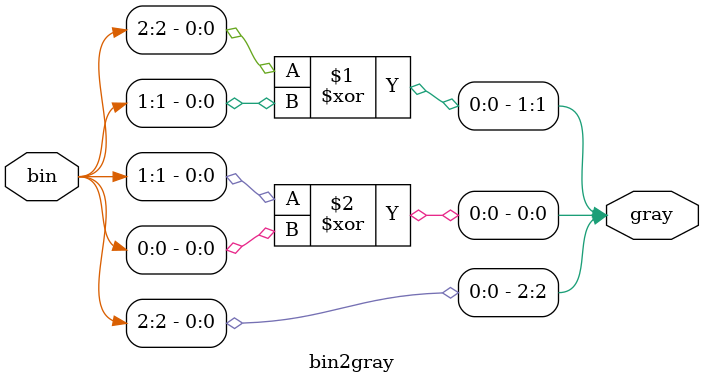
<source format=v>
module bin2gray(input[2:0]bin,output[2:0]gray);
  assign gray[2]=bin[2];
  assign gray[1]=bin[2]^bin[1];
  assign gray[0]=bin[1]^bin[0];
endmodule
                

</source>
